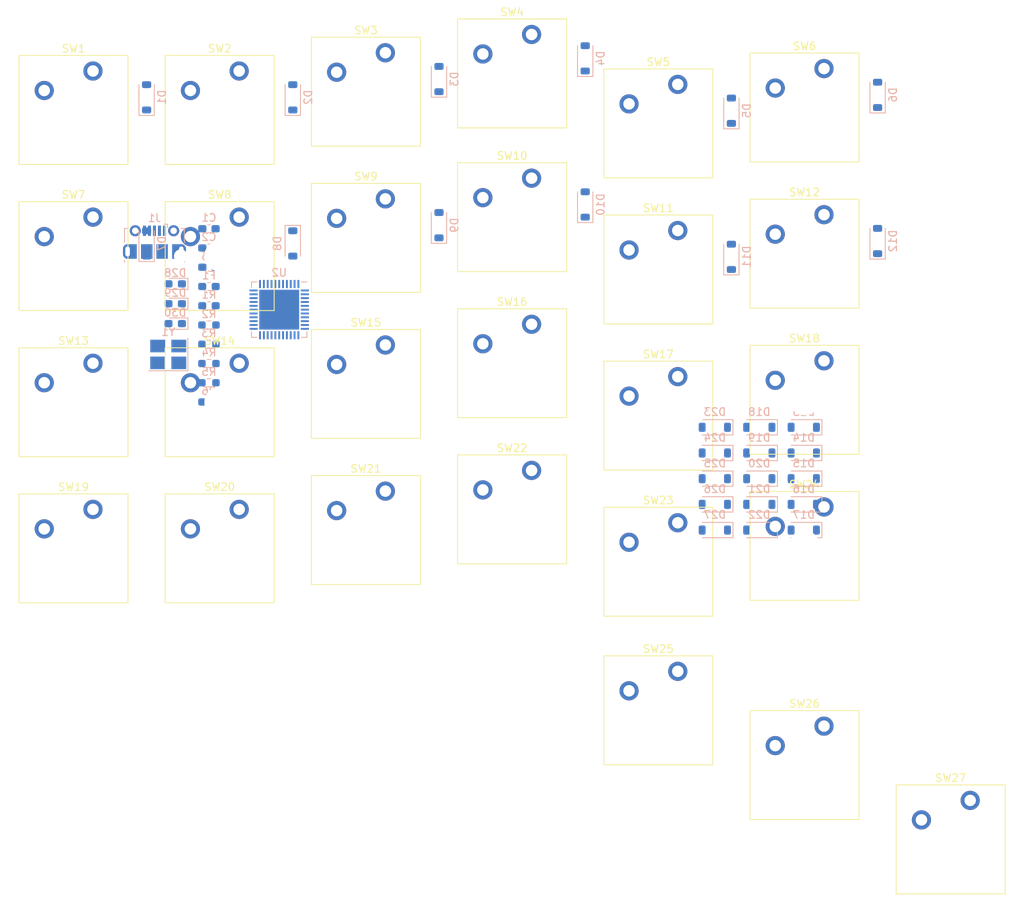
<source format=kicad_pcb>
(kicad_pcb (version 20221018) (generator pcbnew)
  (layers (0 "F.Cu" signal) (31 "B.Cu" signal) (34 "B.Paste" user) (35 "F.Paste" user) (36 "B.SilkS" user "B.Silkscreen") (37 "F.SilkS" user "F.Silkscreen") (38 "B.Mask" user) (39 "F.Mask" user) (44 "Edge.Cuts" user))
  (net 0 "")
  (net 1 "GND")
  (net 2 "Net-(D1-A)")
  (net 3 "Net-(D2-A)")
  (net 4 "Net-(D3-A)")
  (net 5 "Net-(D4-A)")
  (net 6 "Net-(U2-XTAL1)")
  (net 7 "Net-(D5-A)")
  (net 8 "Net-(D6-A)")
  (net 9 "Net-(D7-A)")
  (net 10 "Net-(D8-A)")
  (net 11 "Net-(D9-A)")
  (net 12 "Net-(D10-A)")
  (net 13 "Net-(D11-A)")
  (net 14 "Net-(D12-A)")
  (net 15 "Net-(U2-XTAL2)")
  (net 16 "Net-(U2-UCAP)")
  (net 17 "/key-matrix/ROW0")
  (net 18 "/key-matrix/ROW1")
  (net 19 "/key-matrix/ROW2")
  (net 20 "Net-(D13-A)")
  (net 21 "Net-(D14-A)")
  (net 22 "Net-(D15-A)")
  (net 23 "Net-(D16-A)")
  (net 24 "Net-(D17-A)")
  (net 25 "Net-(D18-A)")
  (net 26 "/key-matrix/ROW3")
  (net 27 "Net-(D19-A)")
  (net 28 "Net-(D20-A)")
  (net 29 "Net-(D21-A)")
  (net 30 "Net-(D22-A)")
  (net 31 "Net-(D23-A)")
  (net 32 "Net-(D24-A)")
  (net 33 "/key-matrix/ROW4")
  (net 34 "Net-(D25-A)")
  (net 35 "Net-(D26-A)")
  (net 36 "Net-(D27-A)")
  (net 37 "Net-(D28-K)")
  (net 38 "VCC")
  (net 39 "Net-(D29-K)")
  (net 40 "Net-(D30-K)")
  (net 41 "/controller/UVCC")
  (net 42 "Net-(J1-D-)")
  (net 43 "Net-(J1-D+)")
  (net 45 "Net-(U2-PD5)")
  (net 46 "Net-(U2-PB0)")
  (net 51 "/controller/D-")
  (net 52 "/controller/D+")
  (net 53 "Net-(U2-~{RESET})")
  (net 54 "/key-matrix/COL0")
  (net 55 "/key-matrix/COL1")
  (net 56 "/key-matrix/COL2")
  (net 57 "/key-matrix/COL3")
  (net 58 "/key-matrix/COL4")
  (net 59 "/key-matrix/COL5")
  (net 60 "/controller/D7")
  (net 61 "/controller/D3")
  (net 62 "/controller/D2")
  (net 69 "/controller/RXI")
  (net 70 "/controller/TXO")
  (net 71 "/controller/D4")
  (net 72 "/controller/D12")
  (net 73 "/controller/D6")
  (net 74 "/controller/A0")
  (net 76 "/controller/A1")
  (net 77 "/controller/A2")
  (net 78 "/controller/A3")
  (net 79 "/controller/A4")
  (net 80 "/controller/A5")
  (footprint "ScottoKeebs_MX:MX_PCB_1.00u" (layer "F.Cu") (at 133.35 123.825)
    (fp_text reference "SW25" (at 0 -8) (layer "F.SilkS"))
    (fp_text value "SW_Push_45deg")
    (pad "" np_thru_hole circle (at -5.08 0) (size 1.75 1.75) (drill 1.75) (layers "*.Cu" "*.Mask"))
    (pad "" np_thru_hole circle (at 0 0) (size 4 4) (drill 4) (layers "*.Cu" "*.Mask"))
    (pad "" np_thru_hole circle (at 5.08 0) (size 1.75 1.75) (drill 1.75) (layers "*.Cu" "*.Mask"))
    (pad "1" thru_hole circle (at -3.81 -2.54) (size 2.5 2.5) (drill 1.5) (layers "*.Cu" "*.Mask") (net 57 "/key-matrix/COL3"))
    (pad "2" thru_hole circle (at 2.54 -5.08) (size 2.5 2.5) (drill 1.5) (layers "*.Cu" "*.Mask") (net 34 "Net-(D25-A)"))
  )
  (footprint "ScottoKeebs_MX:MX_PCB_1.00u" (layer "F.Cu") (at 95.25 62.23)
    (fp_text reference "SW9" (at 0 -8) (layer "F.SilkS"))
    (fp_text value "SW_Push_45deg")
    (pad "" np_thru_hole circle (at -5.08 0) (size 1.75 1.75) (drill 1.75) (layers "*.Cu" "*.Mask"))
    (pad "" np_thru_hole circle (at 0 0) (size 4 4) (drill 4) (layers "*.Cu" "*.Mask"))
    (pad "" np_thru_hole circle (at 5.08 0) (size 1.75 1.75) (drill 1.75) (layers "*.Cu" "*.Mask"))
    (pad "1" thru_hole circle (at -3.81 -2.54) (size 2.5 2.5) (drill 1.5) (layers "*.Cu" "*.Mask") (net 56 "/key-matrix/COL2"))
    (pad "2" thru_hole circle (at 2.54 -5.08) (size 2.5 2.5) (drill 1.5) (layers "*.Cu" "*.Mask") (net 11 "Net-(D9-A)"))
  )
  (footprint "ScottoKeebs_MX:MX_PCB_1.00u" (layer "F.Cu") (at 152.4 64.29375)
    (fp_text reference "SW12" (at 0 -8) (layer "F.SilkS"))
    (fp_text value "SW_Push_45deg")
    (pad "" np_thru_hole circle (at -5.08 0) (size 1.75 1.75) (drill 1.75) (layers "*.Cu" "*.Mask"))
    (pad "" np_thru_hole circle (at 0 0) (size 4 4) (drill 4) (layers "*.Cu" "*.Mask"))
    (pad "" np_thru_hole circle (at 5.08 0) (size 1.75 1.75) (drill 1.75) (layers "*.Cu" "*.Mask"))
    (pad "1" thru_hole circle (at -3.81 -2.54) (size 2.5 2.5) (drill 1.5) (layers "*.Cu" "*.Mask") (net 59 "/key-matrix/COL5"))
    (pad "2" thru_hole circle (at 2.54 -5.08) (size 2.5 2.5) (drill 1.5) (layers "*.Cu" "*.Mask") (net 14 "Net-(D12-A)"))
  )
  (footprint "ScottoKeebs_MX:MX_PCB_1.00u" (layer "F.Cu") (at 133.35 66.3575)
    (fp_text reference "SW11" (at 0 -8) (layer "F.SilkS"))
    (fp_text value "SW_Push_45deg")
    (pad "" np_thru_hole circle (at -5.08 0) (size 1.75 1.75) (drill 1.75) (layers "*.Cu" "*.Mask"))
    (pad "" np_thru_hole circle (at 0 0) (size 4 4) (drill 4) (layers "*.Cu" "*.Mask"))
    (pad "" np_thru_hole circle (at 5.08 0) (size 1.75 1.75) (drill 1.75) (layers "*.Cu" "*.Mask"))
    (pad "1" thru_hole circle (at -3.81 -2.54) (size 2.5 2.5) (drill 1.5) (layers "*.Cu" "*.Mask") (net 58 "/key-matrix/COL4"))
    (pad "2" thru_hole circle (at 2.54 -5.08) (size 2.5 2.5) (drill 1.5) (layers "*.Cu" "*.Mask") (net 13 "Net-(D11-A)"))
  )
  (footprint "ScottoKeebs_MX:MX_PCB_1.00u" (layer "F.Cu") (at 114.3 97.63125)
    (fp_text reference "SW22" (at 0 -8) (layer "F.SilkS"))
    (fp_text value "SW_Push_45deg")
    (pad "" np_thru_hole circle (at -5.08 0) (size 1.75 1.75) (drill 1.75) (layers "*.Cu" "*.Mask"))
    (pad "" np_thru_hole circle (at 0 0) (size 4 4) (drill 4) (layers "*.Cu" "*.Mask"))
    (pad "" np_thru_hole circle (at 5.08 0) (size 1.75 1.75) (drill 1.75) (layers "*.Cu" "*.Mask"))
    (pad "1" thru_hole circle (at -3.81 -2.54) (size 2.5 2.5) (drill 1.5) (layers "*.Cu" "*.Mask") (net 57 "/key-matrix/COL3"))
    (pad "2" thru_hole circle (at 2.54 -5.08) (size 2.5 2.5) (drill 1.5) (layers "*.Cu" "*.Mask") (net 30 "Net-(D22-A)"))
  )
  (footprint "ScottoKeebs_MX:MX_PCB_1.00u" (layer "F.Cu") (at 57.15 64.61125)
    (fp_text reference "SW7" (at 0 -8) (layer "F.SilkS"))
    (fp_text value "SW_Push_45deg")
    (pad "" np_thru_hole circle (at -5.08 0) (size 1.75 1.75) (drill 1.75) (layers "*.Cu" "*.Mask"))
    (pad "" np_thru_hole circle (at 0 0) (size 4 4) (drill 4) (layers "*.Cu" "*.Mask"))
    (pad "" np_thru_hole circle (at 5.08 0) (size 1.75 1.75) (drill 1.75) (layers "*.Cu" "*.Mask"))
    (pad "1" thru_hole circle (at -3.81 -2.54) (size 2.5 2.5) (drill 1.5) (layers "*.Cu" "*.Mask") (net 54 "/key-matrix/COL0"))
    (pad "2" thru_hole circle (at 2.54 -5.08) (size 2.5 2.5) (drill 1.5) (layers "*.Cu" "*.Mask") (net 9 "Net-(D7-A)"))
  )
  (footprint "ScottoKeebs_MX:MX_PCB_1.00u" (layer "F.Cu") (at 95.25 81.28)
    (fp_text reference "SW15" (at 0 -8) (layer "F.SilkS"))
    (fp_text value "SW_Push_45deg")
    (pad "" np_thru_hole circle (at -5.08 0) (size 1.75 1.75) (drill 1.75) (layers "*.Cu" "*.Mask"))
    (pad "" np_thru_hole circle (at 0 0) (size 4 4) (drill 4) (layers "*.Cu" "*.Mask"))
    (pad "" np_thru_hole circle (at 5.08 0) (size 1.75 1.75) (drill 1.75) (layers "*.Cu" "*.Mask"))
    (pad "1" thru_hole circle (at -3.81 -2.54) (size 2.5 2.5) (drill 1.5) (layers "*.Cu" "*.Mask") (net 56 "/key-matrix/COL2"))
    (pad "2" thru_hole circle (at 2.54 -5.08) (size 2.5 2.5) (drill 1.5) (layers "*.Cu" "*.Mask") (net 22 "Net-(D15-A)"))
  )
  (footprint "ScottoKeebs_MX:MX_PCB_1.00u" (layer "F.Cu") (at 152.4 83.34375)
    (fp_text reference "SW18" (at 0 -8) (layer "F.SilkS"))
    (fp_text value "SW_Push_45deg")
    (pad "" np_thru_hole circle (at -5.08 0) (size 1.75 1.75) (drill 1.75) (layers "*.Cu" "*.Mask"))
    (pad "" np_thru_hole circle (at 0 0) (size 4 4) (drill 4) (layers "*.Cu" "*.Mask"))
    (pad "" np_thru_hole circle (at 5.08 0) (size 1.75 1.75) (drill 1.75) (layers "*.Cu" "*.Mask"))
    (pad "1" thru_hole circle (at -3.81 -2.54) (size 2.5 2.5) (drill 1.5) (layers "*.Cu" "*.Mask") (net 59 "/key-matrix/COL5"))
    (pad "2" thru_hole circle (at 2.54 -5.08) (size 2.5 2.5) (drill 1.5) (layers "*.Cu" "*.Mask") (net 25 "Net-(D18-A)"))
  )
  (footprint "ScottoKeebs_MX:MX_PCB_1.00u" (layer "F.Cu") (at 76.2 83.66125)
    (fp_text reference "SW14" (at 0 -8) (layer "F.SilkS"))
    (fp_text value "SW_Push_45deg")
    (pad "" np_thru_hole circle (at -5.08 0) (size 1.75 1.75) (drill 1.75) (layers "*.Cu" "*.Mask"))
    (pad "" np_thru_hole circle (at 0 0) (size 4 4) (drill 4) (layers "*.Cu" "*.Mask"))
    (pad "" np_thru_hole circle (at 5.08 0) (size 1.75 1.75) (drill 1.75) (layers "*.Cu" "*.Mask"))
    (pad "1" thru_hole circle (at -3.81 -2.54) (size 2.5 2.5) (drill 1.5) (layers "*.Cu" "*.Mask") (net 55 "/key-matrix/COL1"))
    (pad "2" thru_hole circle (at 2.54 -5.08) (size 2.5 2.5) (drill 1.5) (layers "*.Cu" "*.Mask") (net 21 "Net-(D14-A)"))
  )
  (footprint "ScottoKeebs_MX:MX_PCB_1.00u" (layer "F.Cu") (at 133.35 47.3075)
    (fp_text reference "SW5" (at 0 -8) (layer "F.SilkS"))
    (fp_text value "SW_Push_45deg")
    (pad "" np_thru_hole circle (at -5.08 0) (size 1.75 1.75) (drill 1.75) (layers "*.Cu" "*.Mask"))
    (pad "" np_thru_hole circle (at 0 0) (size 4 4) (drill 4) (layers "*.Cu" "*.Mask"))
    (pad "" np_thru_hole circle (at 5.08 0) (size 1.75 1.75) (drill 1.75) (layers "*.Cu" "*.Mask"))
    (pad "1" thru_hole circle (at -3.81 -2.54) (size 2.5 2.5) (drill 1.5) (layers "*.Cu" "*.Mask") (net 58 "/key-matrix/COL4"))
    (pad "2" thru_hole circle (at 2.54 -5.08) (size 2.5 2.5) (drill 1.5) (layers "*.Cu" "*.Mask") (net 7 "Net-(D5-A)"))
  )
  (footprint "ScottoKeebs_MX:MX_PCB_1.00u" (layer "F.Cu") (at 171.45 140.6525)
    (fp_text reference "SW27" (at 0 -8) (layer "F.SilkS"))
    (fp_text value "SW_Push_45deg")
    (pad "" np_thru_hole circle (at -5.08 0) (size 1.75 1.75) (drill 1.75) (layers "*.Cu" "*.Mask"))
    (pad "" np_thru_hole circle (at 0 0) (size 4 4) (drill 4) (layers "*.Cu" "*.Mask"))
    (pad "" np_thru_hole circle (at 5.08 0) (size 1.75 1.75) (drill 1.75) (layers "*.Cu" "*.Mask"))
    (pad "1" thru_hole circle (at -3.81 -2.54) (size 2.5 2.5) (drill 1.5) (layers "*.Cu" "*.Mask") (net 59 "/key-matrix/COL5"))
    (pad "2" thru_hole circle (at 2.54 -5.08) (size 2.5 2.5) (drill 1.5) (layers "*.Cu" "*.Mask") (net 36 "Net-(D27-A)"))
  )
  (footprint "ScottoKeebs_MX:MX_PCB_1.00u" (layer "F.Cu") (at 76.2 45.56125)
    (fp_text reference "SW2" (at 0 -8) (layer "F.SilkS"))
    (fp_text value "SW_Push_45deg")
    (pad "" np_thru_hole circle (at -5.08 0) (size 1.75 1.75) (drill 1.75) (layers "*.Cu" "*.Mask"))
    (pad "" np_thru_hole circle (at 0 0) (size 4 4) (drill 4) (layers "*.Cu" "*.Mask"))
    (pad "" np_thru_hole circle (at 5.08 0) (size 1.75 1.75) (drill 1.75) (layers "*.Cu" "*.Mask"))
    (pad "1" thru_hole circle (at -3.81 -2.54) (size 2.5 2.5) (drill 1.5) (layers "*.Cu" "*.Mask") (net 55 "/key-matrix/COL1"))
    (pad "2" thru_hole circle (at 2.54 -5.08) (size 2.5 2.5) (drill 1.5) (layers "*.Cu" "*.Mask") (net 3 "Net-(D2-A)"))
  )
  (footprint "ScottoKeebs_MX:MX_PCB_1.00u" (layer "F.Cu") (at 133.35 104.4575)
    (fp_text reference "SW23" (at 0 -8) (layer "F.SilkS"))
    (fp_text value "SW_Push_45deg")
    (pad "" np_thru_hole circle (at -5.08 0) (size 1.75 1.75) (drill 1.75) (layers "*.Cu" "*.Mask"))
    (pad "" np_thru_hole circle (at 0 0) (size 4 4) (drill 4) (layers "*.Cu" "*.Mask"))
    (pad "" np_thru_hole circle (at 5.08 0) (size 1.75 1.75) (drill 1.75) (layers "*.Cu" "*.Mask"))
    (pad "1" thru_hole circle (at -3.81 -2.54) (size 2.5 2.5) (drill 1.5) (layers "*.Cu" "*.Mask") (net 58 "/key-matrix/COL4"))
    (pad "2" thru_hole circle (at 2.54 -5.08) (size 2.5 2.5) (drill 1.5) (layers "*.Cu" "*.Mask") (net 31 "Net-(D23-A)"))
  )
  (footprint "ScottoKeebs_MX:MX_PCB_1.00u" (layer "F.Cu") (at 114.3 78.58125)
    (fp_text reference "SW16" (at 0 -8) (layer "F.SilkS"))
    (fp_text value "SW_Push_45deg")
    (pad "" np_thru_hole circle (at -5.08 0) (size 1.75 1.75) (drill 1.75) (layers "*.Cu" "*.Mask"))
    (pad "" np_thru_hole circle (at 0 0) (size 4 4) (drill 4) (layers "*.Cu" "*.Mask"))
    (pad "" np_thru_hole circle (at 5.08 0) (size 1.75 1.75) (drill 1.75) (layers "*.Cu" "*.Mask"))
    (pad "1" thru_hole circle (at -3.81 -2.54) (size 2.5 2.5) (drill 1.5) (layers "*.Cu" "*.Mask") (net 57 "/key-matrix/COL3"))
    (pad "2" thru_hole circle (at 2.54 -5.08) (size 2.5 2.5) (drill 1.5) (layers "*.Cu" "*.Mask") (net 23 "Net-(D16-A)"))
  )
  (footprint "ScottoKeebs_MX:MX_PCB_1.00u" (layer "F.Cu") (at 114.3 59.53125)
    (fp_text reference "SW10" (at 0 -8) (layer "F.SilkS"))
    (fp_text value "SW_Push_45deg")
    (pad "" np_thru_hole circle (at -5.08 0) (size 1.75 1.75) (drill 1.75) (layers "*.Cu" "*.Mask"))
    (pad "" np_thru_hole circle (at 0 0) (size 4 4) (drill 4) (layers "*.Cu" "*.Mask"))
    (pad "" np_thru_hole circle (at 5.08 0) (size 1.75 1.75) (drill 1.75) (layers "*.Cu" "*.Mask"))
    (pad "1" thru_hole circle (at -3.81 -2.54) (size 2.5 2.5) (drill 1.5) (layers "*.Cu" "*.Mask") (net 57 "/key-matrix/COL3"))
    (pad "2" thru_hole circle (at 2.54 -5.08) (size 2.5 2.5) (drill 1.5) (layers "*.Cu" "*.Mask") (net 12 "Net-(D10-A)"))
  )
  (footprint "ScottoKeebs_MX:MX_PCB_1.00u" (layer "F.Cu") (at 95.25 100.33)
    (fp_text reference "SW21" (at 0 -8) (layer "F.SilkS"))
    (fp_text value "SW_Push_45deg")
    (pad "" np_thru_hole circle (at -5.08 0) (size 1.75 1.75) (drill 1.75) (layers "*.Cu" "*.Mask"))
    (pad "" np_thru_hole circle (at 0 0) (size 4 4) (drill 4) (layers "*.Cu" "*.Mask"))
    (pad "" np_thru_hole circle (at 5.08 0) (size 1.75 1.75) (drill 1.75) (layers "*.Cu" "*.Mask"))
    (pad "1" thru_hole circle (at -3.81 -2.54) (size 2.5 2.5) (drill 1.5) (layers "*.Cu" "*.Mask") (net 56 "/key-matrix/COL2"))
    (pad "2" thru_hole circle (at 2.54 -5.08) (size 2.5 2.5) (drill 1.5) (layers "*.Cu" "*.Mask") (net 29 "Net-(D21-A)"))
  )
  (footprint "ScottoKeebs_MX:MX_PCB_1.00u" (layer "F.Cu") (at 152.4 130.96875)
    (fp_text reference "SW26" (at 0 -8) (layer "F.SilkS"))
    (fp_text value "SW_Push_45deg")
    (pad "" np_thru_hole circle (at -5.08 0) (size 1.75 1.75) (drill 1.75) (layers "*.Cu" "*.Mask"))
    (pad "" np_thru_hole circle (at 0 0) (size 4 4) (drill 4) (layers "*.Cu" "*.Mask"))
    (pad "" np_thru_hole circle (at 5.08 0) (size 1.75 1.75) (drill 1.75) (layers "*.Cu" "*.Mask"))
    (pad "1" thru_hole circle (at -3.81 -2.54) (size 2.5 2.5) (drill 1.5) (layers "*.Cu" "*.Mask") (net 58 "/key-matrix/COL4"))
    (pad "2" thru_hole circle (at 2.54 -5.08) (size 2.5 2.5) (drill 1.5) (layers "*.Cu" "*.Mask") (net 35 "Net-(D26-A)"))
  )
  (footprint "ScottoKeebs_MX:MX_PCB_1.00u" (layer "F.Cu") (at 152.4 102.39375)
    (fp_text reference "SW24" (at 0 -8) (layer "F.SilkS"))
    (fp_text value "SW_Push_45deg")
    (pad "" np_thru_hole circle (at -5.08 0) (size 1.75 1.75) (drill 1.75) (layers "*.Cu" "*.Mask"))
    (pad "" np_thru_hole circle (at 0 0) (size 4 4) (drill 4) (layers "*.Cu" "*.Mask"))
    (pad "" np_thru_hole circle (at 5.08 0) (size 1.75 1.75) (drill 1.75) (layers "*.Cu" "*.Mask"))
    (pad "1" thru_hole circle (at -3.81 -2.54) (size 2.5 2.5) (drill 1.5) (layers "*.Cu" "*.Mask") (net 59 "/key-matrix/COL5"))
    (pad "2" thru_hole circle (at 2.54 -5.08) (size 2.5 2.5) (drill 1.5) (layers "*.Cu" "*.Mask") (net 32 "Net-(D24-A)"))
  )
  (footprint "ScottoKeebs_MX:MX_PCB_1.00u" (layer "F.Cu") (at 57.15 45.56125)
    (fp_text reference "SW1" (at 0 -8) (layer "F.SilkS"))
    (fp_text value "SW_Push_45deg")
    (pad "" np_thru_hole circle (at -5.08 0) (size 1.75 1.75) (drill 1.75) (layers "*.Cu" "*.Mask"))
    (pad "" np_thru_hole circle (at 0 0) (size 4 4) (drill 4) (layers "*.Cu" "*.Mask"))
    (pad "" np_thru_hole circle (at 5.08 0) (size 1.75 1.75) (drill 1.75) (layers "*.Cu" "*.Mask"))
    (pad "1" thru_hole circle (at -3.81 -2.54) (size 2.5 2.5) (drill 1.5) (layers "*.Cu" "*.Mask") (net 54 "/key-matrix/COL0"))
    (pad "2" thru_hole circle (at 2.54 -5.08) (size 2.5 2.5) (drill 1.5) (layers "*.Cu" "*.Mask") (net 2 "Net-(D1-A)"))
  )
  (footprint "ScottoKeebs_MX:MX_PCB_1.00u" (layer "F.Cu") (at 57.15 83.66125)
    (fp_text reference "SW13" (at 0 -8) (layer "F.SilkS"))
    (fp_text value "SW_Push_45deg")
    (pad "" np_thru_hole circle (at -5.08 0) (size 1.75 1.75) (drill 1.75) (layers "*.Cu" "*.Mask"))
    (pad "" np_thru_hole circle (at 0 0) (size 4 4) (drill 4) (layers "*.Cu" "*.Mask"))
    (pad "" np_thru_hole circle (at 5.08 0) (size 1.75 1.75) (drill 1.75) (layers "*.Cu" "*.Mask"))
    (pad "1" thru_hole circle (at -3.81 -2.54) (size 2.5 2.5) (drill 1.5) (layers "*.Cu" "*.Mask") (net 54 "/key-matrix/COL0"))
    (pad "2" thru_hole circle (at 2.54 -5.08) (size 2.5 2.5) (drill 1.5) (layers "*.Cu" "*.Mask") (net 20 "Net-(D13-A)"))
  )
  (footprint "ScottoKeebs_MX:MX_PCB_1.00u" (layer "F.Cu") (at 152.4 45.24375)
    (fp_text reference "SW6" (at 0 -8) (layer "F.SilkS"))
    (fp_text value "SW_Push_45deg")
    (pad "" np_thru_hole circle (at -5.08 0) (size 1.75 1.75) (drill 1.75) (layers "*.Cu" "*.Mask"))
    (pad "" np_thru_hole circle (at 0 0) (size 4 4) (drill 4) (layers "*.Cu" "*.Mask"))
    (pad "" np_thru_hole circle (at 5.08 0) (size 1.75 1.75) (drill 1.75) (layers "*.Cu" "*.Mask"))
    (pad "1" thru_hole circle (at -3.81 -2.54) (size 2.5 2.5) (drill 1.5) (layers "*.Cu" "*.Mask") (net 59 "/key-matrix/COL5"))
    (pad "2" thru_hole circle (at 2.54 -5.08) (size 2.5 2.5) (drill 1.5) (layers "*.Cu" "*.Mask") (net 8 "Net-(D6-A)"))
  )
  (footprint "ScottoKeebs_MX:MX_PCB_1.00u" (layer "F.Cu") (at 76.2 102.71125)
    (fp_text reference "SW20" (at 0 -8) (layer "F.SilkS"))
    (fp_text value "SW_Push_45deg")
    (pad "" np_thru_hole circle (at -5.08 0) (size 1.75 1.75) (drill 1.75) (layers "*.Cu" "*.Mask"))
    (pad "" np_thru_hole circle (at 0 0) (size 4 4) (drill 4) (layers "*.Cu" "*.Mask"))
    (pad "" np_thru_hole circle (at 5.08 0) (size 1.75 1.75) (drill 1.75) (layers "*.Cu" "*.Mask"))
    (pad "1" thru_hole circle (at -3.81 -2.54) (size 2.5 2.5) (drill 1.5) (layers "*.Cu" "*.Mask") (net 55 "/key-matrix/COL1"))
    (pad "2" thru_hole circle (at 2.54 -5.08) (size 2.5 2.5) (drill 1.5) (layers "*.Cu" "*.Mask") (net 28 "Net-(D20-A)"))
  )
  (footprint "ScottoKeebs_MX:MX_PCB_1.00u" (layer "F.Cu") (at 57.15 102.71125)
    (fp_text reference "SW19" (at 0 -8) (layer "F.SilkS"))
    (fp_text value "SW_Push_45deg")
    (pad "" np_thru_hole circle (at -5.08 0) (size 1.75 1.75) (drill 1.75) (layers "*.Cu" "*.Mask"))
    (pad "" np_thru_hole circle (at 0 0) (size 4 4) (drill 4) (layers "*.Cu" "*.Mask"))
    (pad "" np_thru_hole circle (at 5.08 0) (size 1.75 1.75) (drill 1.75) (layers "*.Cu" "*.Mask"))
    (pad "1" thru_hole circle (at -3.81 -2.54) (size 2.5 2.5) (drill 1.5) (layers "*.Cu" "*.Mask") (net 54 "/key-matrix/COL0"))
    (pad "2" thru_hole circle (at 2.54 -5.08) (size 2.5 2.5) (drill 1.5) (layers "*.Cu" "*.Mask") (net 27 "Net-(D19-A)"))
  )
  (footprint "ScottoKeebs_MX:MX_PCB_1.00u" (layer "F.Cu") (at 114.3 40.79875)
    (fp_text reference "SW4" (at 0 -8) (layer "F.SilkS"))
    (fp_text value "SW_Push_45deg")
    (pad "" np_thru_hole circle (at -5.08 0) (size 1.75 1.75) (drill 1.75) (layers "*.Cu" "*.Mask"))
    (pad "" np_thru_hole circle (at 0 0) (size 4 4) (drill 4) (layers "*.Cu" "*.Mask"))
    (pad "" np_thru_hole circle (at 5.08 0) (size 1.75 1.75) (drill 1.75) (layers "*.Cu" "*.Mask"))
    (pad "1" thru_hole circle (at -3.81 -2.54) (size 2.5 2.5) (drill 1.5) (layers "*.Cu" "*.Mask") (net 57 "/key-matrix/COL3"))
    (pad "2" thru_hole circle (at 2.54 -5.08) (size 2.5 2.5) (drill 1.5) (layers "*.Cu" "*.Mask") (net 5 "Net-(D4-A)"))
  )
  (footprint "ScottoKeebs_MX:MX_PCB_1.00u" (layer "F.Cu") (at 133.35 85.4075)
    (fp_text reference "SW17" (at 0 -8) (layer "F.SilkS"))
    (fp_text value "SW_Push_45deg")
    (pad "" np_thru_hole circle (at -5.08 0) (size 1.75 1.75) (drill 1.75) (layers "*.Cu" "*.Mask"))
    (pad "" np_thru_hole circle (at 0 0) (size 4 4) (drill 4) (layers "*.Cu" "*.Mask"))
    (pad "" np_thru_hole circle (at 5.08 0) (size 1.75 1.75) (drill 1.75) (layers "*.Cu" "*.Mask"))
    (pad "1" thru_hole circle (at -3.81 -2.54) (size 2.5 2.5) (drill 1.5) (layers "*.Cu" "*.Mask") (net 58 "/key-matrix/COL4"))
    (pad "2" thru_hole circle (at 2.54 -5.08) (size 2.5 2.5) (drill 1.5) (layers "*.Cu" "*.Mask") (net 24 "Net-(D17-A)"))
  )
  (footprint "ScottoKeebs_MX:MX_PCB_1.00u" (layer "F.Cu") (at 95.25 43.18)
    (fp_text reference "SW3" (at 0 -8) (layer "F.SilkS"))
    (fp_text value "SW_Push_45deg")
    (pad "" np_thru_hole circle (at -5.08 0) (size 1.75 1.75) (drill 1.75) (layers "*.Cu" "*.Mask"))
    (pad "" np_thru_hole circle (at 0 0) (size 4 4) (drill 4) (layers "*.Cu" "*.Mask"))
    (pad "" np_thru_hole circle (at 5.08 0) (size 1.75 1.75) (drill 1.75) (layers "*.Cu" "*.Mask"))
    (pad "1" thru_hole circle (at -3.81 -2.54) (size 2.5 2.5) (drill 1.5) (layers "*.Cu" "*.Mask") (net 56 "/key-matrix/COL2"))
    (pad "2" thru_hole circle (at 2.54 -5.08) (size 2.5 2.5) (drill 1.5) (layers "*.Cu" "*.Mask") (net 4 "Net-(D3-A)"))
  )
  (footprint "ScottoKeebs_MX:MX_PCB_1.00u" (layer "F.Cu") (at 76.2 64.61125)
    (fp_text reference "SW8" (at 0 -8) (layer "F.SilkS"))
    (fp_text value "SW_Push_45deg")
    (pad "" np_thru_hole circle (at -5.08 0) (size 1.75 1.75) (drill 1.75) (layers "*.Cu" "*.Mask"))
    (pad "" np_thru_hole circle (at 0 0) (size 4 4) (drill 4) (layers "*.Cu" "*.Mask"))
    (pad "" np_thru_hole circle (at 5.08 0) (size 1.75 1.75) (drill 1.75) (layers "*.Cu" "*.Mask"))
    (pad "1" thru_hole circle (at -3.81 -2.54) (size 2.5 2.5) (drill 1.5) (layers "*.Cu" "*.Mask") (net 55 "/key-matrix/COL1"))
    (pad "2" thru_hole circle (at 2.54 -5.08) (size 2.5 2.5) (drill 1.5) (layers "*.Cu" "*.Mask") (net 10 "Net-(D8-A)"))
  )
  (footprint "Diode_SMD:D_SOD-123" (layer "B.Cu") (at 104.775 41.53 90)
    (fp_text reference "D3" (at 0 2 90) (layer "B.SilkS") (effects (justify mirror)))
    (fp_text value "1N4148W")
    (pad "1" smd roundrect (at -1.65 0 90) (size 0.9 1.2) (layers "B.Cu" "B.Paste" "B.Mask") (net 17 "/key-matrix/ROW0"))
    (pad "2" smd roundrect (at 1.65 0 90) (size 0.9 1.2) (layers "B.Cu" "B.Paste" "B.Mask") (net 4 "Net-(D3-A)"))
  )
  (footprint "Diode_SMD:D_SOD-123" (layer "B.Cu") (at 123.825 57.88125 90)
    (fp_text reference "D10" (at 0 2 90) (layer "B.SilkS") (effects (justify mirror)))
    (fp_text value "1N4148W")
    (pad "1" smd roundrect (at -1.65 0 90) (size 0.9 1.2) (layers "B.Cu" "B.Paste" "B.Mask") (net 18 "/key-matrix/ROW1"))
    (pad "2" smd roundrect (at 1.65 0 90) (size 0.9 1.2) (layers "B.Cu" "B.Paste" "B.Mask") (net 12 "Net-(D10-A)"))
  )
  (footprint "Diode_SMD:D_SOD-123" (layer "B.Cu") (at 146.51 100.33 180)
    (fp_text reference "D22" (at 0 2) (layer "B.SilkS") (effects (justify mirror)))
    (fp_text value "1N4148W")
    (pad "1" smd roundrect (at -1.65 0 180) (size 0.9 1.2) (layers "B.Cu" "B.Paste" "B.Mask") (net 26 "/key-matrix/ROW3"))
    (pad "2" smd roundrect (at 1.65 0 180) (size 0.9 1.2) (layers "B.Cu" "B.Paste" "B.Mask") (net 30 "Net-(D22-A)"))
  )
  (footprint "Diode_SMD:D_SOD-123" (layer "B.Cu") (at 140.715 100.33 180)
    (fp_text reference "D27" (at 0 2) (layer "B.SilkS") (effects (justify mirror)))
    (fp_text value "1N4148W")
    (pad "1" smd roundrect (at -1.65 0 180) (size 0.9 1.2) (layers "B.Cu" "B.Paste" "B.Mask") (net 33 "/key-matrix/ROW4"))
    (pad "2" smd roundrect (at 1.65 0 180) (size 0.9 1.2) (layers "B.Cu" "B.Paste" "B.Mask") (net 36 "Net-(D27-A)"))
  )
  (footprint "Diode_SMD:D_SOD-123" (layer "B.Cu") (at 85.725 62.96125 -90)
    (fp_text reference "D8" (at 0 2 90) (layer "B.SilkS") (effects (justify mirror)))
    (fp_text value "1N4148W")
    (pad "1" smd roundrect (at -1.65 0 270) (size 0.9 1.2) (layers "B.Cu" "B.Paste" "B.Mask") (net 18 "/key-matrix/ROW1"))
    (pad "2" smd roundrect (at 1.65 0 270) (size 0.9 1.2) (layers "B.Cu" "B.Paste" "B.Mask") (net 10 "Net-(D8-A)"))
  )
  (footprint "Fuse:Fuse_0603_1608Metric_Pad1.05x0.95mm_HandSolder" (layer "B.Cu") (at 74.8 71.0825 180)
    (fp_text reference "R1" (at 0 1.43) (layer "B.SilkS") (effects (justify mirror)))
    (fp_text value "1K")
    (pad "1" smd roundrect (at -0.875 0 180) (size 1.05 0.95) (layers "B.Cu" "B.Paste" "B.Mask") (net 39 "Net-(D29-K)"))
    (pad "2" smd roundrect (at 0.875 0 180) (size 1.05 0.95) (layers "B.Cu" "B.Paste" "B.Mask") (net 45 "Net-(U2-PD5)"))
  )
  (footprint "Diode_SMD:D_SOD-123" (layer "B.Cu") (at 66.675 43.91125 90)
    (fp_text reference "D1" (at 0 2 90) (layer "B.SilkS") (effects (justify mirror)))
    (fp_text value "1N4148W")
    (pad "1" smd roundrect (at -1.65 0 90) (size 0.9 1.2) (layers "B.Cu" "B.Paste" "B.Mask") (net 17 "/key-matrix/ROW0"))
    (pad "2" smd roundrect (at 1.65 0 90) (size 0.9 1.2) (layers "B.Cu" "B.Paste" "B.Mask") (net 2 "Net-(D1-A)"))
  )
  (footprint "Diode_SMD:D_SOD-123" (layer "B.Cu") (at 140.715 86.93 180)
    (fp_text reference "D23" (at 0 2) (layer "B.SilkS") (effects (justify mirror)))
    (fp_text value "1N4148W")
    (pad "1" smd roundrect (at -1.65 0 180) (size 0.9 1.2) (layers "B.Cu" "B.Paste" "B.Mask") (net 26 "/key-matrix/ROW3"))
    (pad "2" smd roundrect (at 1.65 0 180) (size 0.9 1.2) (layers "B.Cu" "B.Paste" "B.Mask") (net 31 "Net-(D23-A)"))
  )
  (footprint "Capacitor_SMD:C_0603_1608Metric_Pad1.08x0.95mm_HandSolder" (layer "B.Cu") (at 74.8 63.5525 180)
    (fp_text reference "C2" (at 0 1.43) (layer "B.SilkS") (effects (justify mirror)))
    (fp_text value "22pF")
    (pad "1" smd roundrect (at -0.8625 0 180) (size 1.075 0.95) (layers "B.Cu" "B.Paste" "B.Mask") (net 1 "GND"))
    (pad "2" smd roundrect (at 0.8625 0 180) (size 1.075 0.95) (layers "B.Cu" "B.Paste" "B.Mask") (net 15 "Net-(U2-XTAL2)"))
  )
  (footprint "LED_SMD:LED_0603_1608Metric_Pad1.05x0.95mm_HandSolder" (layer "B.Cu") (at 70.405 73.4125 180)
    (fp_text reference "D30" (at 0 1.43) (layer "B.SilkS") (effects (justify mirror)))
    (fp_text value "LED")
    (pad "1" smd roundrect (at -0.875 0 180) (size 1.05 0.95) (layers "B.Cu" "B.Paste" "B.Mask") (net 40 "Net-(D30-K)"))
    (pad "2" smd roundrect (at 0.875 0 180) (size 1.05 0.95) (layers "B.Cu" "B.Paste" "B.Mask") (net 38 "VCC"))
  )
  (footprint "Diode_SMD:D_SOD-123" (layer "B.Cu") (at 142.875 45.6575 90)
    (fp_text reference "D5" (at 0 2 90) (layer "B.SilkS") (effects (justify mirror)))
    (fp_text value "1N4148W")
    (pad "1" smd roundrect (at -1.65 0 90) (size 0.9 1.2) (layers "B.Cu" "B.Paste" "B.Mask") (net 17 "/key-matrix/ROW0"))
    (pad "2" smd roundrect (at 1.65 0 90) (size 0.9 1.2) (layers "B.Cu" "B.Paste" "B.Mask") (net 7 "Net-(D5-A)"))
  )
  (footprint "Diode_SMD:D_SOD-123" (layer "B.Cu") (at 140.715 90.28 180)
    (fp_text reference "D24" (at 0 2) (layer "B.SilkS") (effects (justify mirror)))
    (fp_text value "1N4148W")
    (pad "1" smd roundrect (at -1.65 0 180) (size 0.9 1.2) (layers "B.Cu" "B.Paste" "B.Mask") (net 26 "/key-matrix/ROW3"))
    (pad "2" smd roundrect (at 1.65 0 180) (size 0.9 1.2) (layers "B.Cu" "B.Paste" "B.Mask") (net 32 "Net-(D24-A)"))
  )
  (footprint "Oscillator:Oscillator_SMD_Abracon_ASE-4Pin_3.2x2.5mm_HandSoldering" (layer "B.Cu") (at 69.5 77.4325 180)
    (fp_text reference "Y1" (at 0 2.925) (layer "B.SilkS") (effects (justify mirror)))
    (fp_text value "16MHz")
    (pad "1" smd rect (at -1.375 -1.1 180) (size 1.95 1.65) (layers "B.Cu" "B.Paste" "B.Mask") (net 6 "Net-(U2-XTAL1)"))
    (pad "2" smd rect (at 1.375 -1.1 180) (size 1.95 1.65) (layers "B.Cu" "B.Paste" "B.Mask") (net 1 "GND"))
    (pad "3" smd rect (at 1.375 1.1 180) (size 1.95 1.65) (layers "B.Cu" "B.Paste" "B.Mask") (net 15 "Net-(U2-XTAL2)"))
    (pad "4" smd rect (at -1.375 1.1 180) (size 1.95 1.65) (layers "B.Cu" "B.Paste" "B.Mask") (net 1 "GND"))
  )
  (footprint "Resistor_SMD:R_0603_1608Metric_Pad0.98x0.95mm_HandSolder" (layer "B.Cu") (at 74.8 83.6325 180)
    (fp_text reference "R6" (at 0 1.43) (layer "B.SilkS") (effects (justify mirror)))
    (fp_text value "1K")
    (pad "1" smd roundrect (at -0.9125 0 180) (size 0.975 0.95) (layers "B.Cu" "B.Paste" "B.Mask") (net 1 "GND"))
    (pad "2" smd roundrect (at 0.9125 0 180) (size 0.975 0.95) (layers "B.Cu" "B.Paste" "B.Mask") (net 40 "Net-(D30-K)"))
  )
  (footprint "Diode_SMD:D_SOD-123" (layer "B.Cu") (at 152.305 86.93 180)
    (fp_text reference "D13" (at 0 2) (layer "B.SilkS") (effects (justify mirror)))
    (fp_text value "1N4148W")
    (pad "1" smd roundrect (at -1.65 0 180) (size 0.9 1.2) (layers "B.Cu" "B.Paste" "B.Mask") (net 19 "/key-matrix/ROW2"))
    (pad "2" smd roundrect (at 1.65 0 180) (size 0.9 1.2) (layers "B.Cu" "B.Paste" "B.Mask") (net 20 "Net-(D13-A)"))
  )
  (footprint "Diode_SMD:D_SOD-123" (layer "B.Cu") (at 146.51 86.93 180)
    (fp_text reference "D18" (at 0 2) (layer "B.SilkS") (effects (justify mirror)))
    (fp_text value "1N4148W")
    (pad "1" smd roundrect (at -1.65 0 180) (size 0.9 1.2) (layers "B.Cu" "B.Paste" "B.Mask") (net 19 "/key-matrix/ROW2"))
    (pad "2" smd roundrect (at 1.65 0 180) (size 0.9 1.2) (layers "B.Cu" "B.Paste" "B.Mask") (net 25 "Net-(D18-A)"))
  )
  (footprint "Diode_SMD:D_SOD-123" (layer "B.Cu") (at 140.715 93.63 180)
    (fp_text reference "D25" (at 0 2) (layer "B.SilkS") (effects (justify mirror)))
    (fp_text value "1N4148W")
    (pad "1" smd roundrect (at -1.65 0 180) (size 0.9 1.2) (layers "B.Cu" "B.Paste" "B.Mask") (net 33 "/key-matrix/ROW4"))
    (pad "2" smd roundrect (at 1.65 0 180) (size 0.9 1.2) (layers "B.Cu" "B.Paste" "B.Mask") (net 34 "Net-(D25-A)"))
  )
  (footprint "Diode_SMD:D_SOD-123" (layer "B.Cu") (at 161.925 43.59375 90)
    (fp_text reference "D6" (at 0 2 90) (layer "B.SilkS") (effects (justify mirror)))
    (fp_text value "1N4148W")
    (pad "1" smd roundrect (at -1.65 0 90) (size 0.9 1.2) (layers "B.Cu" "B.Paste" "B.Mask") (net 17 "/key-matrix/ROW0"))
    (pad "2" smd roundrect (at 1.65 0 90) (size 0.9 1.2) (layers "B.Cu" "B.Paste" "B.Mask") (net 8 "Net-(D6-A)"))
  )
  (footprint "Diode_SMD:D_SOD-123" (layer "B.Cu") (at 146.51 90.28 180)
    (fp_text reference "D19" (at 0 2) (layer "B.SilkS") (effects (justify mirror)))
    (fp_text value "1N4148W")
    (pad "1" smd roundrect (at -1.65 0 180) (size 0.9 1.2) (layers "B.Cu" "B.Paste" "B.Mask") (net 26 "/key-matrix/ROW3"))
    (pad "2" smd roundrect (at 1.65 0 180) (size 0.9 1.2) (layers "B.Cu" "B.Paste" "B.Mask") (net 27 "Net-(D19-A)"))
  )
  (footprint "LED_SMD:LED_0603_1608Metric_Pad1.05x0.95mm_HandSolder" (layer "B.Cu") (at 70.405 68.2325 180)
    (fp_text reference "D28" (at 0 1.43) (layer "B.SilkS") (effects (justify mirror)))
    (fp_text value "LED")
    (pad "1" smd roundrect (at -0.875 0 180) (size 1.05 0.95) (layers "B.Cu" "B.Paste" "B.Mask") (net 37 "Net-(D28-K)"))
    (pad "2" smd roundrect (at 0.875 0 180) (size 1.05 0.95) (layers "B.Cu" "B.Paste" "B.Mask") (net 38 "VCC"))
  )
  (footprint "Diode_SMD:D_SOD-123" (layer "B.Cu") (at 142.875 64.7075 90)
    (fp_text reference "D11" (at 0 2 90) (layer "B.SilkS") (effects (justify mirror)))
    (fp_text value "1N4148W")
    (pad "1" smd roundrect (at -1.65 0 90) (size 0.9 1.2) (layers "B.Cu" "B.Paste" "B.Mask") (net 18 "/key-matrix/ROW1"))
    (pad "2" smd roundrect (at 1.65 0 90) (size 0.9 1.2) (layers "B.Cu" "B.Paste" "B.Mask") (net 13 "Net-(D11-A)"))
  )
  (footprint "Diode_SMD:D_SOD-123" (layer "B.Cu") (at 146.51 96.98 180)
    (fp_text reference "D21" (at 0 2) (layer "B.SilkS") (effects (justify mirror)))
    (fp_text value "1N4148W")
    (pad "1" smd roundrect (at -1.65 0 180) (size 0.9 1.2) (layers "B.Cu" "B.Paste" "B.Mask") (net 26 "/key-matrix/ROW3"))
    (pad "2" smd roundrect (at 1.65 0 180) (size 0.9 1.2) (layers "B.Cu" "B.Paste" "B.Mask") (net 29 "Net-(D21-A)"))
  )
  (footprint "Resistor_SMD:R_0603_1608Metric_Pad0.98x0.95mm_HandSolder" (layer "B.Cu") (at 74.8 76.1025 180)
    (fp_text reference "R3" (at 0 1.43) (layer "B.SilkS") (effects (justify mirror)))
    (fp_text value "22R")
    (pad "1" smd roundrect (at -0.9125 0 180) (size 0.975 0.95) (layers "B.Cu" "B.Paste" "B.Mask") (net 42 "Net-(J1-D-)"))
    (pad "2" smd roundrect (at 0.9125 0 180) (size 0.975 0.95) (layers "B.Cu" "B.Paste" "B.Mask") (net 51 "/controller/D-"))
  )
  (footprint "Fuse:Fuse_0603_1608Metric_Pad1.05x0.95mm_HandSolder" (layer "B.Cu") (at 74.8 68.5725 180)
    (fp_text reference "F1" (at 0 1.43) (layer "B.SilkS") (effects (justify mirror)))
    (fp_text value "500mA")
    (pad "1" smd roundrect (at -0.875 0 180) (size 1.05 0.95) (layers "B.Cu" "B.Paste" "B.Mask") (net 41 "/controller/UVCC"))
    (pad "2" smd roundrect (at 0.875 0 180) (size 1.05 0.95) (layers "B.Cu" "B.Paste" "B.Mask") (net 38 "VCC"))
  )
  (footprint "Diode_SMD:D_SOD-123" (layer "B.Cu") (at 123.825 38.83125 90)
    (fp_text reference "D4" (at 0 2 90) (layer "B.SilkS") (effects (justify mirror)))
    (fp_text value "1N4148W")
    (pad "1" smd roundrect (at -1.65 0 90) (size 0.9 1.2) (layers "B.Cu" "B.Paste" "B.Mask") (net 17 "/key-matrix/ROW0"))
    (pad "2" smd roundrect (at 1.65 0 90) (size 0.9 1.2) (layers "B.Cu" "B.Paste" "B.Mask") (net 5 "Net-(D4-A)"))
  )
  (footprint "Diode_SMD:D_SOD-123" (layer "B.Cu") (at 140.715 96.98 180)
    (fp_text reference "D26" (at 0 2) (layer "B.SilkS") (effects (justify mirror)))
    (fp_text value "1N4148W")
    (pad "1" smd roundrect (at -1.65 0 180) (size 0.9 1.2) (layers "B.Cu" "B.Paste" "B.Mask") (net 33 "/key-matrix/ROW4"))
    (pad "2" smd roundrect (at 1.65 0 180) (size 0.9 1.2) (layers "B.Cu" "B.Paste" "B.Mask") (net 35 "Net-(D26-A)"))
  )
  (footprint "Capacitor_SMD:C_0603_1608Metric_Pad1.08x0.95mm_HandSolder" (layer "B.Cu") (at 74.8 66.0625 180)
    (fp_text reference "C3" (at 0 1.43) (layer "B.SilkS") (effects (justify mirror)))
    (fp_text value "1uF")
    (pad "1" smd roundrect (at -0.8625 0 180) (size 1.075 0.95) (layers "B.Cu" "B.Paste" "B.Mask") (net 1 "GND"))
    (pad "2" smd roundrect (at 0.8625 0 180) (size 1.075 0.95) (layers "B.Cu" "B.Paste" "B.Mask") (net 16 "Net-(U2-UCAP)"))
  )
  (footprint "Capacitor_SMD:C_0603_1608Metric_Pad1.08x0.95mm_HandSolder" (layer "B.Cu") (at 74.8 61.0425 180)
    (fp_text reference "C1" (at 0 1.43) (layer "B.SilkS") (effects (justify mirror)))
    (fp_text value "22pF")
    (pad "1" smd roundrect (at -0.8625 0 180) (size 1.075 0.95) (layers "B.Cu" "B.Paste" "B.Mask") (net 1 "GND"))
    (pad "2" smd roundrect (at 0.8625 0 180) (size 1.075 0.95) (layers "B.Cu" "B.Paste" "B.Mask") (net 6 "Net-(U2-XTAL1)"))
  )
  (footprint "Diode_SMD:D_SOD-123" (layer "B.Cu") (at 85.725 43.91125 90)
    (fp_text reference "D2" (at 0 2 90) (layer "B.SilkS") (effects (justify mirror)))
    (fp_text value "1N4148W")
    (pad "1" smd roundrect (at -1.65 0 90) (size 0.9 1.2) (layers "B.Cu" "B.Paste" "B.Mask") (net 17 "/key-matrix/ROW0"))
    (pad "2" smd roundrect (at 1.65 0 90) (size 0.9 1.2) (layers "B.Cu" "B.Paste" "B.Mask") (net 3 "Net-(D2-A)"))
  )
  (footprint "Diode_SMD:D_SOD-123" (layer "B.Cu") (at 66.675 62.96125 90)
    (fp_text reference "D7" (at 0 2 90) (layer "B.SilkS") (effects (justify mirror)))
    (fp_text value "1N4148W")
    (pad "1" smd roundrect (at -1.65 0 90) (size 0.9 1.2) (layers "B.Cu" "B.Paste" "B.Mask") (net 18 "/key-matrix/ROW1"))
    (pad "2" smd roundrect (at 1.65 0 90) (size 0.9 1.2) (layers "B.Cu" "B.Paste" "B.Mask") (net 9 "Net-(D7-A)"))
  )
  (footprint "Diode_SMD:D_SOD-123" (layer "B.Cu") (at 152.305 90.28 180)
    (fp_text reference "D14" (at 0 2) (layer "B.SilkS") (effects (justify mirror)))
    (fp_text value "1N4148W")
    (pad "1" smd roundrect (at -1.65 0 180) (size 0.9 1.2) (layers "B.Cu" "B.Paste" "B.Mask") (net 19 "/key-matrix/ROW2"))
    (pad "2" smd roundrect (at 1.65 0 180) (size 0.9 1.2) (layers "B.Cu" "B.Paste" "B.Mask") (net 21 "Net-(D14-A)"))
  )
  (footprint "Diode_SMD:D_SOD-123" (layer "B.Cu") (at 104.775 60.58 90)
    (fp_text reference "D9" (at 0 2 90) (layer "B.SilkS") (effects (justify mirror)))
    (fp_text value "1N4148W")
    (pad "1" smd roundrect (at -1.65 0 90) (size 0.9 1.2) (layers "B.Cu" "B.Paste" "B.Mask") (net 18 "/key-matrix/ROW1"))
    (pad "2" smd roundrect (at 1.65 0 90) (size 0.9 1.2) (layers "B.Cu" "B.Paste" "B.Mask") (net 11 "Net-(D9-A)"))
  )
  (footprint "Package_DFN_QFN:QFN-44-1EP_7x7mm_P0.5mm_EP5.2x5.2mm" (layer "B.Cu") (at 83.955 71.5925 180)
    (fp_text reference "U2" (at 0 4.82) (layer "B.SilkS") (effects (justify mirror)))
    (fp_text value "ATmega32U4-M")
    (pad "1" smd roundrect (at -3.3375 2.5 180) (size 1.075 0.25) (layers "B.Cu" "B.Paste" "B.Mask") (net 60 "/controller/D7"))
    (pad "2" smd roundrect (at -3.3375 2 180) (size 1.075 0.25) (layers "B.Cu" "B.Paste" "B.Mask") (net 41 "/controller/UVCC"))
    (pad "3" smd roundrect (at -3.3375 1.5 180) (size 1.075 0.25) (layers "B.Cu" "B.Paste" "B.Mask") (net 51 "/controller/D-"))
    (pad "4" smd roundrect (at -3.3375 1 180) (size 1.075 0.25) (layers "B.Cu" "B.Paste" "B.Mask") (net 52 "/controller/D+"))
    (pad "5" smd roundrect (at -3.3375 0.5 180) (size 1.075 0.25) (layers "B.Cu" "B.Paste" "B.Mask") (net 1 "GND"))
    (pad "6" smd roundrect (at -3.3375 0 180) (size 1.075 0.25) (layers "B.Cu" "B.Paste" "B.Mask") (net 16 "Net-(U2-UCAP)"))
    (pad "7" smd roundrect (at -3.3375 -0.5 180) (size 1.075 0.25) (layers "B.Cu" "B.Paste" "B.Mask") (net 41 "/controller/UVCC"))
    (pad "8" smd roundrect (at -3.3375 -1 180) (size 1.075 0.25) (layers "B.Cu" "B.Paste" "B.Mask") (net 46 "Net-(U2-PB0)"))
    (pad "9" smd roundrect (at -3.3375 -1.5 180) (size 1.075 0.25) (layers "B.Cu" "B.Paste" "B.Mask"))
    (pad "10" smd roundrect (at -3.3375 -2 180) (size 1.075 0.25) (layers "B.Cu" "B.Paste" "B.Mask"))
    (pad "11" smd roundrect (at -3.3375 -2.5 180) (size 1.075 0.25) (layers "B.Cu" "B.Paste" "B.Mask"))
    (pad "12" smd roundrect (at -2.5 -3.3375 180) (size 0.25 1.075) (layers "B.Cu" "B.Paste" "B.Mask"))
    (pad "13" smd roundrect (at -2 -3.3375 180) (size 0.25 1.075) (layers "B.Cu" "B.Paste" "B.Mask") (net 53 "Net-(U2-~{RESET})"))
    (pad "14" smd roundrect (at -1.5 -3.3375 180) (size 0.25 1.075) (layers "B.Cu" "B.Paste" "B.Mask") (net 38 "VCC"))
    (pad "15" smd roundrect (at -1 -3.3375 180) (size 0.25 1.075) (layers "B.Cu" "B.Paste" "B.Mask") (net 1 "GND"))
    (pad "16" smd roundrect (at -0.5 -3.3375 180) (size 0.25 1.075) (layers "B.Cu" "B.Paste" "B.Mask") (net 15 "Net-(U2-XTAL2)"))
    (pad "17" smd roundrect (at 0 -3.3375 180) (size 0.25 1.075) (layers "B.Cu" "B.Paste" "B.Mask") (net 6 "Net-(U2-XTAL1)"))
    (pad "18" smd roundrect (at 0.5 -3.3375 180) (size 0.25 1.075) (layers "B.Cu" "B.Paste" "B.Mask") (net 61 "/controller/D3"))
    (pad "19" smd roundrect (at 1 -3.3375 180) (size 0.25 1.075) (layers "B.Cu" "B.Paste" "B.Mask") (net 62 "/controller/D2"))
    (pad "20" smd roundrect (at 1.5 -3.3375 180) (size 0.25 1.075) (layers "B.Cu" "B.Paste" "B.Mask") (net 69 "/controller/RXI"))
    (pad "21" smd roundrect (at 2 -3.3375 180) (size 0.25 1.075) (layers "B.Cu" "B.Paste" "B.Mask") (net 70 "/controller/TXO"))
    (pad "22" smd roundrect (at 2.5 -3.3375 180) (size 0.25 1.075) (layers "B.Cu" "B.Paste" "B.Mask") (net 45 "Net-(U2-PD5)"))
    (pad "23" smd roundrect (at 3.3375 -2.5 180) (size 1.075 0.25) (layers "B.Cu" "B.Paste" "B.Mask") (net 1 "GND"))
    (pad "24" smd roundrect (at 3.3375 -2 180) (size 1.075 0.25) (layers "B.Cu" "B.Paste" "B.Mask") (net 38 "VCC"))
    (pad "25" smd roundrect (at 3.3375 -1.5 180) (size 1.075 0.25) (layers "B.Cu" "B.Paste" "B.Mask") (net 71 "/controller/D4"))
    (pad "26" smd roundrect (at 3.3375 -1 180) (size 1.075 0.25) (layers "B.Cu" "B.Paste" "B.Mask") (net 72 "/controller/D12"))
    (pad "27" smd roundrect (at 3.3375 -0.5 180) (size 1.075 0.25) (layers "B.Cu" "B.Paste" "B.Mask") (net 73 "/controller/D6"))
    (pad "28" smd roundrect (at 3.3375 0 180) (size 1.075 0.25) (layers "B.Cu" "B.Paste" "B.Mask"))
    (pad "29" smd roundrect (at 3.3375 0.5 180) (size 1.075 0.25) (layers "B.Cu" "B.Paste" "B.Mask"))
    (pad "30" smd roundrect (at 3.3375 1 180) (size 1.075 0.25) (layers "B.Cu" "B.Paste" "B.Mask"))
    (pad "31" smd roundrect (at 3.3375 1.5 180) (size 1.075 0.25) (layers "B.Cu" "B.Paste" "B.Mask"))
    (pad "32" smd roundrect (at 3.3375 2 180) (size 1.075 0.25) (layers "B.Cu" "B.Paste" "B.Mask"))
    (pad "33" smd roundrect (at 3.3375 2.5 180) (size 1.075 0.25) (layers "B.Cu" "B.Paste" "B.Mask"))
    (pad "34" smd roundrect (at 2.5 3.3375 180) (size 0.25 1.075) (layers "B.Cu" "B.Paste" "B.Mask") (net 38 "VCC"))
    (pad "35" smd roundrect (at 2 3.3375 180) (size 0.25 1.075) (layers "B.Cu" "B.Paste" "B.Mask") (net 1 "GND"))
    (pad "36" smd roundrect (at 1.5 3.3375 180) (size 0.25 1.075) (layers "B.Cu" "B.Paste" "B.Mask") (net 74 "/controller/A0"))
    (pad "37" smd roundrect (at 1 3.3375 180) (size 0.25 1.075) (layers "B.Cu" "B.Paste" "B.Mask") (net 76 "/controller/A1"))
    (pad "38" smd roundrect (at 0.5 3.3375 180) (size 0.25 1.075) (layers "B.Cu" "B.Paste" "B.Mask") (net 77 "/controller/A2"))
    (pad "39" smd roundrect (at 0 3.3375 180) (size 0.25 1.075) (layers "B.Cu" "B.Paste" "B.Mask") (net 78 "/controller/A3"))
    (pad "40" smd roundrect (at -0.5 3.3375 180) (size 0.25 1.075) (layers "B.Cu" "B.Paste" "B.Mask") (net 79 "/controller/A4"))
    (pad "41" smd roundrect (at -1 3.3375 180) (size 0.25 1.075) (layers "B.Cu" "B.Paste" "B.Mask") (net 80 "/controller/A5"))
    (pad "42" smd roundrect (at -1.5 3.3375 180) (size 0.25 1.075) (layers "B.Cu" "B.Paste" "B.Mask"))
    (pad "43" smd roundrect (at -2 3.3375 180) (size 0.25 1.075) (layers "B.Cu" "B.Paste" "B.Mask") (net 1 "GND"))
    (pad "44" smd roundrect (at -2.5 3.3375 180) (size 0.25 1.075) (layers "B.Cu" "B.Paste" "B.Mask") (net 38 "VCC"))
    (pad "45" smd rect (at 0 0 180) (size 5.2 5.2) (layers "B.Cu" "B.Mask") (net 1 "GND"))
  )
  (footprint "Connector_USB:USB_Micro-B_Molex-105017-0001" (layer "B.Cu") (at 67.7 62.7725 180)
    (fp_text reference "J1" (at 0 3.1125) (layer "B.SilkS") (effects (justify mirror)))
    (fp_text value "USB_B_Micro")
    (pad "1" smd rect (at -1.3 1.4625 180) (size 0.4 1.35) (layers "B.Cu" "B.Paste" "B.Mask") (net 41 "/controller/UVCC"))
    (pad "2" smd rect (at -0.65 1.4625 180) (size 0.4 1.35) (layers "B.Cu" "B.Paste" "B.Mask") (net 42 "Net-(J1-D-)"))
    (pad "3" smd rect (at 0 1.4625 180) (size 0.4 1.35) (layers "B.Cu" "B.Paste" "B.Mask") (net 43 "Net-(J1-D+)"))
    (pad "4" smd rect (at 0.65 1.4625 180) (size 0.4 1.35) (layers "B.Cu" "B.Paste" "B.Mask"))
    (pad "5" smd rect (at 1.3 1.4625 180) (size 0.4 1.35) (layers "B.Cu" "B.Paste" "B.Mask") (net 1 "GND"))
    (pad "6" thru_hole oval (at -3.5 -1.2375) (size 1.2 1.9) (drill oval 0.6 1.3) (layers "*.Cu" "*.Mask") (net 1 "GND"))
    (pad "6" smd rect (at -2.9 -1.2375 180) (size 1.2 1.9) (layers "B.Cu" "B.Mask") (net 1 "GND"))
    (pad "6" thru_hole circle (at -2.5 1.4625 180) (size 1.45 1.45) (drill 0.85) (layers "*.Cu" "*.Mask") (net 1 "GND"))
    (pad "6" smd rect (at -1 -1.2375 180) (size 1.5 1.9) (layers "B.Cu" "B.Paste" "B.Mask") (net 1 "GND"))
    (pad "6" smd rect (at 1 -1.2375 180) (size 1.5 1.9) (layers "B.Cu" "B.Paste" "B.Mask") (net 1 "GND"))
    (pad "6" thru_hole circle (at 2.5 1.4625 180) (size 1.45 1.45) (drill 0.85) (layers "*.Cu" "*.Mask") (net 1 "GND"))
    (pad "6" smd rect (at 2.9 -1.2375 180) (size 1.2 1.9) (layers "B.Cu" "B.Mask") (net 1 "GND"))
    (pad "6" thru_hole oval (at 3.5 -1.2375 180) (size 1.2 1.9) (drill oval 0.6 1.3) (layers "*.Cu" "*.Mask") (net 1 "GND"))
  )
  (footprint "Diode_SMD:D_SOD-123" (layer "B.Cu") (at 152.305 96.98 180)
    (fp_text reference "D16" (at 0 2) (layer "B.SilkS") (effects (justify mirror)))
    (fp_text value "1N4148W")
    (pad "1" smd roundrect (at -1.65 0 180) (size 0.9 1.2) (layers "B.Cu" "B.Paste" "B.Mask") (net 19 "/key-matrix/ROW2"))
    (pad "2" smd roundrect (at 1.65 0 180) (size 0.9 1.2) (layers "B.Cu" "B.Paste" "B.Mask") (net 23 "Net-(D16-A)"))
  )
  (footprint "Diode_SMD:D_SOD-123" (layer "B.Cu") (at 152.305 93.63 180)
    (fp_text reference "D15" (at 0 2) (layer "B.SilkS") (effects (justify mirror)))
    (fp_text value "1N4148W")
    (pad "1" smd roundrect (at -1.65 0 180) (size 0.9 1.2) (layers "B.Cu" "B.Paste" "B.Mask") (net 19 "/key-matrix/ROW2"))
    (pad "2" smd roundrect (at 1.65 0 180) (size 0.9 1.2) (layers "B.Cu" "B.Paste" "B.Mask") (net 22 "Net-(D15-A)"))
  )
  (footprint "LED_SMD:LED_0603_1608Metric_Pad1.05x0.95mm_HandSolder" (layer "B.Cu") (at 70.405 70.8225 180)
    (fp_text reference "D29" (at 0 1.43) (layer "B.SilkS") (effects (justify mirror)))
    (fp_text value "LED")
    (pad "1" smd roundrect (at -0.875 0 180) (size 1.05 0.95) (layers "B.Cu" "B.Paste" "B.Mask") (net 39 "Net-(D29-K)"))
    (pad "2" smd roundrect (at 0.875 0 180) (size 1.05 0.95) (layers "B.Cu" "B.Paste" "B.Mask") (net 38 "VCC"))
  )
  (footprint "Diode_SMD:D_SOD-123" (layer "B.Cu") (at 146.51 93.63 180)
    (fp_text reference "D20" (at 0 2) (layer "B.SilkS") (effects (justify mirror)))
    (fp_text value "1N4148W")
    (pad "1" smd roundrect (at -1.65 0 180) (size 0.9 1.2) (layers "B.Cu" "B.Paste" "B.Mask") (net 26 "/key-matrix/ROW3"))
    (pad "2" smd roundrect (at 1.65 0 180) (size 0.9 1.2) (layers "B.Cu" "B.Paste" "B.Mask") (net 28 "Net-(D20-A)"))
  )
  (footprint "Diode_SMD:D_SOD-123" (layer "B.Cu") (at 152.305 100.33 180)
    (fp_text reference "D17" (at 0 2) (layer "B.SilkS") (effects (justify mirror)))
    (fp_text value "1N4148W")
    (pad "1" smd roundrect (at -1.65 0 180) (size 0.9 1.2) (layers "B.Cu" "B.Paste" "B.Mask") (net 19 "/key-matrix/ROW2"))
    (pad "2" smd roundrect (at 1.65 0 180) (size 0.9 1.2) (layers "B.Cu" "B.Paste" "B.Mask") (net 24 "Net-(D17-A)"))
  )
  (footprint "Resistor_SMD:R_0603_1608Metric_Pad0.98x0.95mm_HandSolder" (layer "B.Cu") (at 74.8 73.5925 180)
    (fp_text reference "R2" (at 0 1.43) (layer "B.SilkS") (effects (justify mirror)))
    (fp_text value "1K")
    (pad "1" smd roundrect (at -0.9125 0 180) (size 0.975 0.95) (layers "B.Cu" "B.Paste" "B.Mask") (net 37 "Net-(D28-K)"))
    (pad "2" smd roundrect (at 0.9125 0 180) (size 0.975 0.95) (layers "B.Cu" "B.Paste" "B.Mask") (net 46 "Net-(U2-PB0)"))
  )
  (footprint "Diode_SMD:D_SOD-123" (layer "B.Cu") (at 161.925 62.64375 90)
    (fp_text reference "D12" (at 0 2 90) (layer "B.SilkS") (effects (justify mirror)))
    (fp_text value "1N4148W")
    (pad "1" smd roundrect (at -1.65 0 90) (size 0.9 1.2) (layers "B.Cu" "B.Paste" "B.Mask") (net 18 "/key-matrix/ROW1"))
    (pad "2" smd roundrect (at 1.65 0 90) (size 0.9 1.2) (layers "B.Cu" "B.Paste" "B.Mask") (net 14 "Net-(D12-A)"))
  )
  (footprint "Resistor_SMD:R_0603_1608Metric_Pad0.98x0.95mm_HandSolder" (layer "B.Cu") (at 74.8 81.1225 180)
    (fp_text reference "R5" (at 0 1.43) (layer "B.SilkS") (effects (justify mirror)))
    (fp_text value "10K")
    (pad "1" smd roundrect (at -0.9125 0 180) (size 0.975 0.95) (layers "B.Cu" "B.Paste" "B.Mask") (net 38 "VCC"))
    (pad "2" smd roundrect (at 0.9125 0 180) (size 0.975 0.95) (layers "B.Cu" "B.Paste" "B.Mask") (net 53 "Net-(U2-~{RESET})"))
  )
  (footprint "Resistor_SMD:R_0603_1608Metric_Pad0.98x0.95mm_HandSolder" (layer "B.Cu") (at 74.8 78.6125 180)
    (fp_text reference "R4" (at 0 1.43) (layer "B.SilkS") (effects (justify mirror)))
    (fp_text value "22R")
    (pad "1" smd roundrect (at -0.9125 0 180) (size 0.975 0.95) (layers "B.Cu" "B.Paste" "B.Mask") (net 43 "Net-(J1-D+)"))
    (pad "2" smd roundrect (at 0.9125 0 180) (size 0.975 0.95) (layers "B.Cu" "B.Paste" "B.Mask") (net 52 "/controller/D+"))
  )
)
</source>
